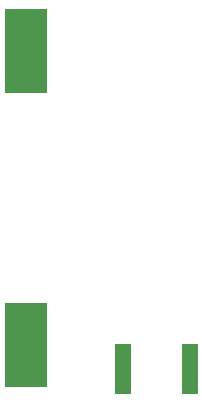
<source format=gbp>
G04 #@! TF.GenerationSoftware,KiCad,Pcbnew,5.1.9*
G04 #@! TF.CreationDate,2021-03-12T19:02:00+01:00*
G04 #@! TF.ProjectId,LORA_ATTINY84,4c4f5241-5f41-4545-9449-4e5938342e6b,rev?*
G04 #@! TF.SameCoordinates,Original*
G04 #@! TF.FileFunction,Paste,Bot*
G04 #@! TF.FilePolarity,Positive*
%FSLAX46Y46*%
G04 Gerber Fmt 4.6, Leading zero omitted, Abs format (unit mm)*
G04 Created by KiCad (PCBNEW 5.1.9) date 2021-03-12 19:02:00*
%MOMM*%
%LPD*%
G01*
G04 APERTURE LIST*
%ADD10R,1.350000X4.200000*%
%ADD11R,3.600000X7.100000*%
G04 APERTURE END LIST*
D10*
X90912200Y-77343000D03*
X85262200Y-77343000D03*
D11*
X77063600Y-50444400D03*
X77063600Y-75336400D03*
M02*

</source>
